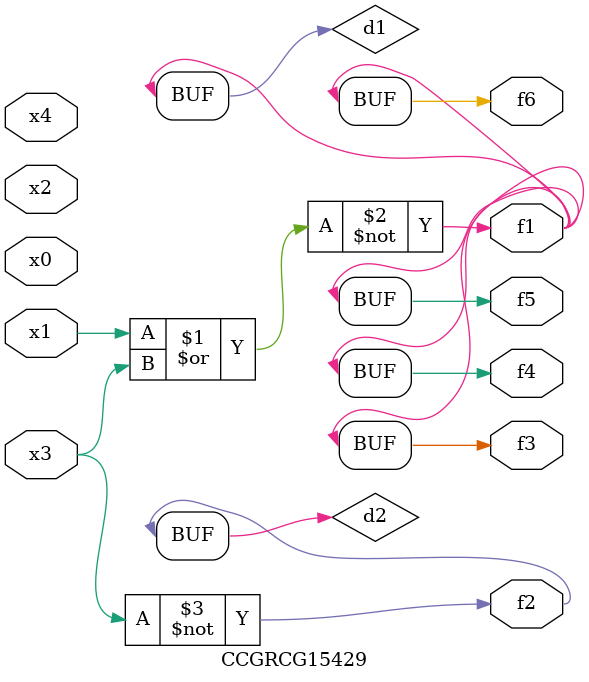
<source format=v>
module CCGRCG15429(
	input x0, x1, x2, x3, x4,
	output f1, f2, f3, f4, f5, f6
);

	wire d1, d2;

	nor (d1, x1, x3);
	not (d2, x3);
	assign f1 = d1;
	assign f2 = d2;
	assign f3 = d1;
	assign f4 = d1;
	assign f5 = d1;
	assign f6 = d1;
endmodule

</source>
